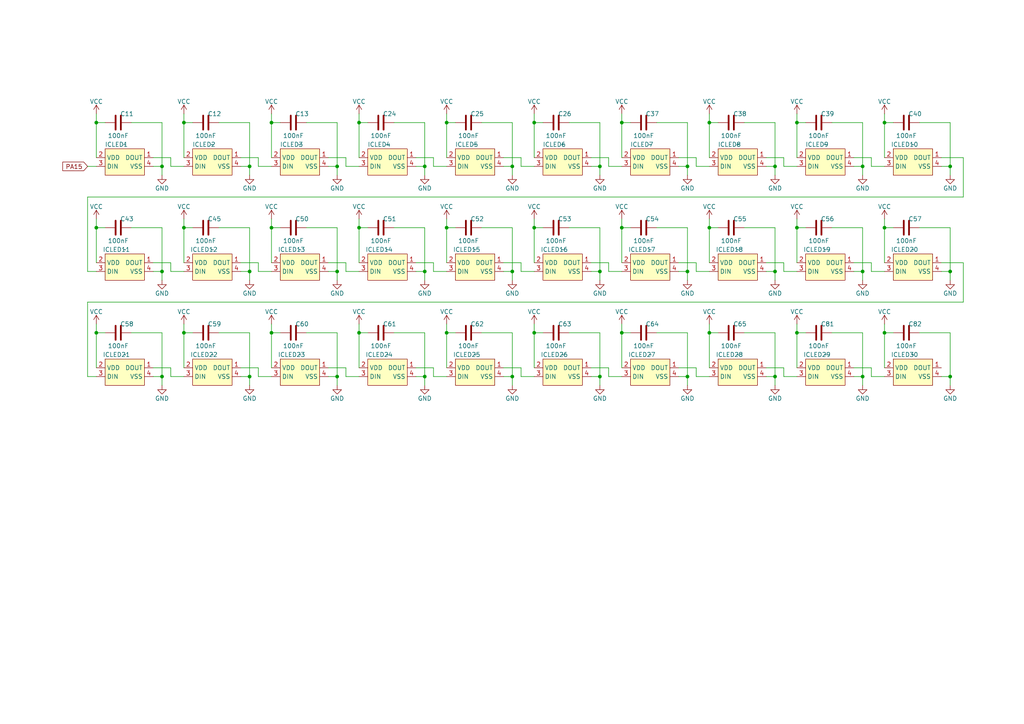
<source format=kicad_sch>
(kicad_sch (version 20231120) (generator "eeschema") (generator_version "8.0")
  (paper "A4")
  (lib_symbols
    (symbol "Device:C" (pin_numbers hide) (pin_names (offset 0.254))
      (property "Reference" "C" (at 0.635 2.54 0))
      (property "Value" "C" (at 0.635 -2.54 0))
      (symbol "C_0_1"
        (polyline (pts (xy -2.032 -0.762) (xy 2.032 -0.762)) (stroke (width 0.508)))
        (polyline (pts (xy -2.032 0.762) (xy 2.032 0.762)) (stroke (width 0.508)))
      )
      (symbol "C_1_1"
        (pin passive line (at 0 3.81 270) (length 2.794) (name "~") (number "1"))
        (pin passive line (at 0 -3.81 90) (length 2.794) (name "~") (number "2"))
      )
    )
    (symbol "My_Parts:Address_LED"
      (property "Reference" "ICLED" (at -2.54 4.826 0))
      (symbol "Address_LED_1_1"
        (rectangle (start -5.08 3.81) (end 6.35 -3.81) (fill (type background)))
        (pin output line (at 8.89 1.27 180) (length 2.54) (name "DOUT") (number "1"))
        (pin power_in line (at -7.62 1.27 0) (length 2.54) (name "VDD") (number "2"))
        (pin input line (at -7.62 -1.27 0) (length 2.54) (name "DIN") (number "3"))
        (pin passive line (at 8.89 -1.27 180) (length 2.54) (name "VSS") (number "4"))
      )
    )
    (symbol "power:GND" (power) (pin_names (offset 0))
      (property "Value" "GND" (at 0 -3.81 0))
      (symbol "GND_0_1"
        (polyline (pts (xy 0 0) (xy 0 -1.27) (xy 1.27 -1.27) (xy 0 -2.54) (xy -1.27 -1.27) (xy 0 -1.27)))
      )
      (symbol "GND_1_1"
        (pin power_in line (at 0 0 270) (length 0) hide (name "GND") (number "1"))
      )
    )
    (symbol "power:VCC" (power) (pin_names (offset 0))
      (property "Value" "VCC" (at 0 3.81 0))
      (symbol "VCC_0_1"
        (polyline (pts (xy -0.762 1.27) (xy 0 2.54)))
        (polyline (pts (xy 0 0) (xy 0 2.54)))
        (polyline (pts (xy 0 2.54) (xy 0.762 1.27)))
      )
      (symbol "VCC_1_1"
        (pin power_in line (at 0 0 90) (length 0) hide (name "VCC") (number "1"))
      )
    )
  )
  (junction (at 78.74 35.56))
  (junction (at 123.19 48.26))
  (junction (at 72.39 48.26))
  (junction (at 123.19 109.22))
  (junction (at 250.19 78.74))
  (junction (at 205.74 35.56))
  (junction (at 27.94 96.52))
  (junction (at 154.94 35.56))
  (junction (at 199.39 78.74))
  (junction (at 46.99 109.22))
  (junction (at 275.59 48.26))
  (junction (at 104.14 96.52))
  (junction (at 78.74 66.04))
  (junction (at 180.34 96.52))
  (junction (at 224.79 78.74))
  (junction (at 148.59 78.74))
  (junction (at 256.54 66.04))
  (junction (at 275.59 109.22))
  (junction (at 53.34 66.04))
  (junction (at 78.74 96.52))
  (junction (at 154.94 96.52))
  (junction (at 199.39 48.26))
  (junction (at 129.54 35.56))
  (junction (at 256.54 35.56))
  (junction (at 123.19 78.74))
  (junction (at 173.99 48.26))
  (junction (at 27.94 35.56))
  (junction (at 231.14 35.56))
  (junction (at 97.79 48.26))
  (junction (at 154.94 66.04))
  (junction (at 27.94 66.04))
  (junction (at 53.34 96.52))
  (junction (at 224.79 109.22))
  (junction (at 97.79 109.22))
  (junction (at 72.39 78.74))
  (junction (at 250.19 48.26))
  (junction (at 256.54 96.52))
  (junction (at 104.14 66.04))
  (junction (at 205.74 96.52))
  (junction (at 129.54 66.04))
  (junction (at 199.39 109.22))
  (junction (at 104.14 35.56))
  (junction (at 173.99 109.22))
  (junction (at 231.14 96.52))
  (junction (at 72.39 109.22))
  (junction (at 180.34 66.04))
  (junction (at 173.99 78.74))
  (junction (at 148.59 48.26))
  (junction (at 129.54 96.52))
  (junction (at 53.34 35.56))
  (junction (at 224.79 48.26))
  (junction (at 46.99 78.74))
  (junction (at 231.14 66.04))
  (junction (at 97.79 78.74))
  (junction (at 148.59 109.22))
  (junction (at 46.99 48.26))
  (junction (at 275.59 78.74))
  (junction (at 205.74 66.04))
  (junction (at 180.34 35.56))
  (junction (at 250.19 109.22))
  (wire (pts (xy 157.48 35.56) (xy 154.94 35.56)))
  (wire (pts (xy 30.48 35.56) (xy 27.94 35.56)))
  (wire (pts (xy 72.39 109.22) (xy 72.39 111.76)))
  (wire (pts (xy 227.33 78.74) (xy 231.14 78.74)))
  (wire (pts (xy 182.88 35.56) (xy 180.34 35.56)))
  (wire (pts (xy 78.74 66.04) (xy 78.74 76.2)))
  (wire (pts (xy 69.85 48.26) (xy 72.39 48.26)))
  (wire (pts (xy 215.9 66.04) (xy 224.79 66.04)))
  (wire (pts (xy 129.54 96.52) (xy 129.54 106.68)))
  (wire (pts (xy 154.94 96.52) (xy 154.94 93.98)))
  (wire (pts (xy 222.25 109.22) (xy 224.79 109.22)))
  (wire (pts (xy 44.45 78.74) (xy 46.99 78.74)))
  (wire (pts (xy 205.74 96.52) (xy 205.74 106.68)))
  (wire (pts (xy 247.65 78.74) (xy 250.19 78.74)))
  (wire (pts (xy 125.73 78.74) (xy 129.54 78.74)))
  (wire (pts (xy 148.59 96.52) (xy 148.59 109.22)))
  (wire (pts (xy 199.39 78.74) (xy 199.39 81.28)))
  (wire (pts (xy 74.93 78.74) (xy 78.74 78.74)))
  (wire (pts (xy 201.93 78.74) (xy 205.74 78.74)))
  (wire (pts (xy 25.4 78.74) (xy 27.94 78.74)))
  (wire (pts (xy 151.13 76.2) (xy 151.13 78.74)))
  (wire (pts (xy 74.93 48.26) (xy 78.74 48.26)))
  (wire (pts (xy 148.59 66.04) (xy 148.59 78.74)))
  (wire (pts (xy 196.85 48.26) (xy 199.39 48.26)))
  (wire (pts (xy 25.4 48.26) (xy 27.94 48.26)))
  (wire (pts (xy 81.28 35.56) (xy 78.74 35.56)))
  (wire (pts (xy 208.28 66.04) (xy 205.74 66.04)))
  (wire (pts (xy 132.08 35.56) (xy 129.54 35.56)))
  (wire (pts (xy 250.19 66.04) (xy 250.19 78.74)))
  (wire (pts (xy 165.1 96.52) (xy 173.99 96.52)))
  (wire (pts (xy 125.73 106.68) (xy 125.73 109.22)))
  (wire (pts (xy 256.54 66.04) (xy 256.54 63.5)))
  (wire (pts (xy 151.13 106.68) (xy 151.13 109.22)))
  (wire (pts (xy 146.05 45.72) (xy 151.13 45.72)))
  (wire (pts (xy 27.94 35.56) (xy 27.94 45.72)))
  (wire (pts (xy 44.45 48.26) (xy 46.99 48.26)))
  (wire (pts (xy 190.5 96.52) (xy 199.39 96.52)))
  (wire (pts (xy 27.94 66.04) (xy 27.94 63.5)))
  (wire (pts (xy 72.39 35.56) (xy 72.39 48.26)))
  (wire (pts (xy 46.99 48.26) (xy 46.99 50.8)))
  (wire (pts (xy 180.34 96.52) (xy 180.34 93.98)))
  (wire (pts (xy 180.34 35.56) (xy 180.34 33.02)))
  (wire (pts (xy 97.79 48.26) (xy 97.79 50.8)))
  (wire (pts (xy 129.54 35.56) (xy 129.54 33.02)))
  (wire (pts (xy 275.59 48.26) (xy 275.59 50.8)))
  (wire (pts (xy 55.88 66.04) (xy 53.34 66.04)))
  (wire (pts (xy 78.74 35.56) (xy 78.74 33.02)))
  (wire (pts (xy 129.54 35.56) (xy 129.54 45.72)))
  (wire (pts (xy 46.99 35.56) (xy 46.99 48.26)))
  (wire (pts (xy 227.33 109.22) (xy 231.14 109.22)))
  (wire (pts (xy 250.19 35.56) (xy 250.19 48.26)))
  (wire (pts (xy 279.4 45.72) (xy 279.4 57.15)))
  (wire (pts (xy 104.14 96.52) (xy 104.14 93.98)))
  (wire (pts (xy 120.65 78.74) (xy 123.19 78.74)))
  (wire (pts (xy 208.28 35.56) (xy 205.74 35.56)))
  (wire (pts (xy 154.94 35.56) (xy 154.94 33.02)))
  (wire (pts (xy 250.19 96.52) (xy 250.19 109.22)))
  (wire (pts (xy 241.3 66.04) (xy 250.19 66.04)))
  (wire (pts (xy 123.19 96.52) (xy 123.19 109.22)))
  (wire (pts (xy 27.94 96.52) (xy 27.94 93.98)))
  (wire (pts (xy 78.74 35.56) (xy 78.74 45.72)))
  (wire (pts (xy 151.13 48.26) (xy 154.94 48.26)))
  (wire (pts (xy 46.99 66.04) (xy 46.99 78.74)))
  (wire (pts (xy 72.39 48.26) (xy 72.39 50.8)))
  (wire (pts (xy 55.88 96.52) (xy 53.34 96.52)))
  (wire (pts (xy 97.79 96.52) (xy 97.79 109.22)))
  (wire (pts (xy 97.79 78.74) (xy 97.79 81.28)))
  (wire (pts (xy 129.54 66.04) (xy 129.54 63.5)))
  (wire (pts (xy 25.4 109.22) (xy 27.94 109.22)))
  (wire (pts (xy 205.74 35.56) (xy 205.74 33.02)))
  (wire (pts (xy 256.54 96.52) (xy 256.54 93.98)))
  (wire (pts (xy 120.65 48.26) (xy 123.19 48.26)))
  (wire (pts (xy 201.93 106.68) (xy 201.93 109.22)))
  (wire (pts (xy 171.45 78.74) (xy 173.99 78.74)))
  (wire (pts (xy 125.73 76.2) (xy 125.73 78.74)))
  (wire (pts (xy 27.94 35.56) (xy 27.94 33.02)))
  (wire (pts (xy 125.73 48.26) (xy 129.54 48.26)))
  (wire (pts (xy 157.48 66.04) (xy 154.94 66.04)))
  (wire (pts (xy 114.3 35.56) (xy 123.19 35.56)))
  (wire (pts (xy 205.74 66.04) (xy 205.74 76.2)))
  (wire (pts (xy 95.25 48.26) (xy 97.79 48.26)))
  (wire (pts (xy 148.59 109.22) (xy 148.59 111.76)))
  (wire (pts (xy 148.59 48.26) (xy 148.59 50.8)))
  (wire (pts (xy 69.85 106.68) (xy 74.93 106.68)))
  (wire (pts (xy 125.73 109.22) (xy 129.54 109.22)))
  (wire (pts (xy 279.4 57.15) (xy 25.4 57.15)))
  (wire (pts (xy 275.59 109.22) (xy 275.59 111.76)))
  (wire (pts (xy 231.14 96.52) (xy 231.14 106.68)))
  (wire (pts (xy 38.1 66.04) (xy 46.99 66.04)))
  (wire (pts (xy 146.05 78.74) (xy 148.59 78.74)))
  (wire (pts (xy 231.14 35.56) (xy 231.14 45.72)))
  (wire (pts (xy 196.85 45.72) (xy 201.93 45.72)))
  (wire (pts (xy 123.19 35.56) (xy 123.19 48.26)))
  (wire (pts (xy 69.85 109.22) (xy 72.39 109.22)))
  (wire (pts (xy 205.74 96.52) (xy 205.74 93.98)))
  (wire (pts (xy 173.99 109.22) (xy 173.99 111.76)))
  (wire (pts (xy 151.13 109.22) (xy 154.94 109.22)))
  (wire (pts (xy 120.65 109.22) (xy 123.19 109.22)))
  (wire (pts (xy 125.73 45.72) (xy 125.73 48.26)))
  (wire (pts (xy 53.34 96.52) (xy 53.34 106.68)))
  (wire (pts (xy 227.33 45.72) (xy 227.33 48.26)))
  (wire (pts (xy 227.33 48.26) (xy 231.14 48.26)))
  (wire (pts (xy 30.48 66.04) (xy 27.94 66.04)))
  (wire (pts (xy 78.74 66.04) (xy 78.74 63.5)))
  (wire (pts (xy 46.99 96.52) (xy 46.99 109.22)))
  (wire (pts (xy 104.14 66.04) (xy 104.14 76.2)))
  (wire (pts (xy 38.1 96.52) (xy 46.99 96.52)))
  (wire (pts (xy 266.7 96.52) (xy 275.59 96.52)))
  (wire (pts (xy 199.39 96.52) (xy 199.39 109.22)))
  (wire (pts (xy 233.68 66.04) (xy 231.14 66.04)))
  (wire (pts (xy 63.5 35.56) (xy 72.39 35.56)))
  (wire (pts (xy 123.19 78.74) (xy 123.19 81.28)))
  (wire (pts (xy 44.45 76.2) (xy 49.53 76.2)))
  (wire (pts (xy 139.7 96.52) (xy 148.59 96.52)))
  (wire (pts (xy 171.45 45.72) (xy 176.53 45.72)))
  (wire (pts (xy 146.05 106.68) (xy 151.13 106.68)))
  (wire (pts (xy 151.13 45.72) (xy 151.13 48.26)))
  (wire (pts (xy 250.19 48.26) (xy 250.19 50.8)))
  (wire (pts (xy 120.65 45.72) (xy 125.73 45.72)))
  (wire (pts (xy 233.68 35.56) (xy 231.14 35.56)))
  (wire (pts (xy 201.93 48.26) (xy 205.74 48.26)))
  (wire (pts (xy 256.54 35.56) (xy 256.54 33.02)))
  (wire (pts (xy 25.4 57.15) (xy 25.4 78.74)))
  (wire (pts (xy 224.79 96.52) (xy 224.79 109.22)))
  (wire (pts (xy 275.59 78.74) (xy 275.59 81.28)))
  (wire (pts (xy 176.53 48.26) (xy 180.34 48.26)))
  (wire (pts (xy 132.08 66.04) (xy 129.54 66.04)))
  (wire (pts (xy 222.25 78.74) (xy 224.79 78.74)))
  (wire (pts (xy 88.9 96.52) (xy 97.79 96.52)))
  (wire (pts (xy 129.54 66.04) (xy 129.54 76.2)))
  (wire (pts (xy 180.34 35.56) (xy 180.34 45.72)))
  (wire (pts (xy 53.34 35.56) (xy 53.34 45.72)))
  (wire (pts (xy 227.33 76.2) (xy 227.33 78.74)))
  (wire (pts (xy 27.94 96.52) (xy 27.94 106.68)))
  (wire (pts (xy 146.05 109.22) (xy 148.59 109.22)))
  (wire (pts (xy 196.85 78.74) (xy 199.39 78.74)))
  (wire (pts (xy 222.25 45.72) (xy 227.33 45.72)))
  (wire (pts (xy 273.05 109.22) (xy 275.59 109.22)))
  (wire (pts (xy 53.34 66.04) (xy 53.34 63.5)))
  (wire (pts (xy 247.65 109.22) (xy 250.19 109.22)))
  (wire (pts (xy 247.65 76.2) (xy 252.73 76.2)))
  (wire (pts (xy 241.3 96.52) (xy 250.19 96.52)))
  (wire (pts (xy 279.4 76.2) (xy 279.4 87.63)))
  (wire (pts (xy 81.28 96.52) (xy 78.74 96.52)))
  (wire (pts (xy 250.19 109.22) (xy 250.19 111.76)))
  (wire (pts (xy 74.93 45.72) (xy 74.93 48.26)))
  (wire (pts (xy 252.73 109.22) (xy 256.54 109.22)))
  (wire (pts (xy 95.25 76.2) (xy 100.33 76.2)))
  (wire (pts (xy 123.19 66.04) (xy 123.19 78.74)))
  (wire (pts (xy 171.45 106.68) (xy 176.53 106.68)))
  (wire (pts (xy 44.45 109.22) (xy 46.99 109.22)))
  (wire (pts (xy 182.88 96.52) (xy 180.34 96.52)))
  (wire (pts (xy 49.53 106.68) (xy 49.53 109.22)))
  (wire (pts (xy 88.9 35.56) (xy 97.79 35.56)))
  (wire (pts (xy 165.1 66.04) (xy 173.99 66.04)))
  (wire (pts (xy 72.39 96.52) (xy 72.39 109.22)))
  (wire (pts (xy 154.94 35.56) (xy 154.94 45.72)))
  (wire (pts (xy 241.3 35.56) (xy 250.19 35.56)))
  (wire (pts (xy 120.65 76.2) (xy 125.73 76.2)))
  (wire (pts (xy 69.85 76.2) (xy 74.93 76.2)))
  (wire (pts (xy 227.33 106.68) (xy 227.33 109.22)))
  (wire (pts (xy 139.7 35.56) (xy 148.59 35.56)))
  (wire (pts (xy 222.25 106.68) (xy 227.33 106.68)))
  (wire (pts (xy 49.53 48.26) (xy 53.34 48.26)))
  (wire (pts (xy 81.28 66.04) (xy 78.74 66.04)))
  (wire (pts (xy 154.94 66.04) (xy 154.94 63.5)))
  (wire (pts (xy 114.3 66.04) (xy 123.19 66.04)))
  (wire (pts (xy 176.53 78.74) (xy 180.34 78.74)))
  (wire (pts (xy 215.9 96.52) (xy 224.79 96.52)))
  (wire (pts (xy 97.79 35.56) (xy 97.79 48.26)))
  (wire (pts (xy 123.19 48.26) (xy 123.19 50.8)))
  (wire (pts (xy 49.53 109.22) (xy 53.34 109.22)))
  (wire (pts (xy 176.53 45.72) (xy 176.53 48.26)))
  (wire (pts (xy 224.79 78.74) (xy 224.79 81.28)))
  (wire (pts (xy 53.34 96.52) (xy 53.34 93.98)))
  (wire (pts (xy 275.59 66.04) (xy 275.59 78.74)))
  (wire (pts (xy 201.93 76.2) (xy 201.93 78.74)))
  (wire (pts (xy 173.99 48.26) (xy 173.99 50.8)))
  (wire (pts (xy 199.39 66.04) (xy 199.39 78.74)))
  (wire (pts (xy 53.34 66.04) (xy 53.34 76.2)))
  (wire (pts (xy 256.54 66.04) (xy 256.54 76.2)))
  (wire (pts (xy 104.14 66.04) (xy 104.14 63.5)))
  (wire (pts (xy 106.68 96.52) (xy 104.14 96.52)))
  (wire (pts (xy 114.3 96.52) (xy 123.19 96.52)))
  (wire (pts (xy 252.73 106.68) (xy 252.73 109.22)))
  (wire (pts (xy 72.39 66.04) (xy 72.39 78.74)))
  (wire (pts (xy 49.53 76.2) (xy 49.53 78.74)))
  (wire (pts (xy 100.33 106.68) (xy 100.33 109.22)))
  (wire (pts (xy 259.08 96.52) (xy 256.54 96.52)))
  (wire (pts (xy 78.74 96.52) (xy 78.74 106.68)))
  (wire (pts (xy 231.14 66.04) (xy 231.14 63.5)))
  (wire (pts (xy 176.53 106.68) (xy 176.53 109.22)))
  (wire (pts (xy 180.34 96.52) (xy 180.34 106.68)))
  (wire (pts (xy 222.25 48.26) (xy 224.79 48.26)))
  (wire (pts (xy 74.93 76.2) (xy 74.93 78.74)))
  (wire (pts (xy 199.39 109.22) (xy 199.39 111.76)))
  (wire (pts (xy 182.88 66.04) (xy 180.34 66.04)))
  (wire (pts (xy 224.79 109.22) (xy 224.79 111.76)))
  (wire (pts (xy 176.53 109.22) (xy 180.34 109.22)))
  (wire (pts (xy 148.59 35.56) (xy 148.59 48.26)))
  (wire (pts (xy 222.25 76.2) (xy 227.33 76.2)))
  (wire (pts (xy 100.33 109.22) (xy 104.14 109.22)))
  (wire (pts (xy 259.08 35.56) (xy 256.54 35.56)))
  (wire (pts (xy 176.53 76.2) (xy 176.53 78.74)))
  (wire (pts (xy 157.48 96.52) (xy 154.94 96.52)))
  (wire (pts (xy 151.13 78.74) (xy 154.94 78.74)))
  (wire (pts (xy 224.79 66.04) (xy 224.79 78.74)))
  (wire (pts (xy 44.45 45.72) (xy 49.53 45.72)))
  (wire (pts (xy 104.14 96.52) (xy 104.14 106.68)))
  (wire (pts (xy 55.88 35.56) (xy 53.34 35.56)))
  (wire (pts (xy 252.73 76.2) (xy 252.73 78.74)))
  (wire (pts (xy 171.45 48.26) (xy 173.99 48.26)))
  (wire (pts (xy 252.73 78.74) (xy 256.54 78.74)))
  (wire (pts (xy 100.33 78.74) (xy 104.14 78.74)))
  (wire (pts (xy 252.73 48.26) (xy 256.54 48.26)))
  (wire (pts (xy 173.99 35.56) (xy 173.99 48.26)))
  (wire (pts (xy 259.08 66.04) (xy 256.54 66.04)))
  (wire (pts (xy 49.53 45.72) (xy 49.53 48.26)))
  (wire (pts (xy 74.93 109.22) (xy 78.74 109.22)))
  (wire (pts (xy 30.48 96.52) (xy 27.94 96.52)))
  (wire (pts (xy 273.05 48.26) (xy 275.59 48.26)))
  (wire (pts (xy 97.79 66.04) (xy 97.79 78.74)))
  (wire (pts (xy 25.4 87.63) (xy 25.4 109.22)))
  (wire (pts (xy 95.25 78.74) (xy 97.79 78.74)))
  (wire (pts (xy 273.05 76.2) (xy 279.4 76.2)))
  (wire (pts (xy 224.79 35.56) (xy 224.79 48.26)))
  (wire (pts (xy 104.14 35.56) (xy 104.14 45.72)))
  (wire (pts (xy 231.14 66.04) (xy 231.14 76.2)))
  (wire (pts (xy 256.54 96.52) (xy 256.54 106.68)))
  (wire (pts (xy 201.93 45.72) (xy 201.93 48.26)))
  (wire (pts (xy 53.34 35.56) (xy 53.34 33.02)))
  (wire (pts (xy 49.53 78.74) (xy 53.34 78.74)))
  (wire (pts (xy 208.28 96.52) (xy 205.74 96.52)))
  (wire (pts (xy 233.68 96.52) (xy 231.14 96.52)))
  (wire (pts (xy 247.65 48.26) (xy 250.19 48.26)))
  (wire (pts (xy 190.5 35.56) (xy 199.39 35.56)))
  (wire (pts (xy 69.85 78.74) (xy 72.39 78.74)))
  (wire (pts (xy 252.73 45.72) (xy 252.73 48.26)))
  (wire (pts (xy 275.59 96.52) (xy 275.59 109.22)))
  (wire (pts (xy 38.1 35.56) (xy 46.99 35.56)))
  (wire (pts (xy 231.14 96.52) (xy 231.14 93.98)))
  (wire (pts (xy 250.19 78.74) (xy 250.19 81.28)))
  (wire (pts (xy 100.33 76.2) (xy 100.33 78.74)))
  (wire (pts (xy 123.19 109.22) (xy 123.19 111.76)))
  (wire (pts (xy 100.33 45.72) (xy 100.33 48.26)))
  (wire (pts (xy 215.9 35.56) (xy 224.79 35.56)))
  (wire (pts (xy 120.65 106.68) (xy 125.73 106.68)))
  (wire (pts (xy 247.65 45.72) (xy 252.73 45.72)))
  (wire (pts (xy 129.54 96.52) (xy 129.54 93.98)))
  (wire (pts (xy 231.14 35.56) (xy 231.14 33.02)))
  (wire (pts (xy 44.45 106.68) (xy 49.53 106.68)))
  (wire (pts (xy 46.99 78.74) (xy 46.99 81.28)))
  (wire (pts (xy 100.33 48.26) (xy 104.14 48.26)))
  (wire (pts (xy 27.94 66.04) (xy 27.94 76.2)))
  (wire (pts (xy 95.25 109.22) (xy 97.79 109.22)))
  (wire (pts (xy 173.99 96.52) (xy 173.99 109.22)))
  (wire (pts (xy 146.05 76.2) (xy 151.13 76.2)))
  (wire (pts (xy 205.74 66.04) (xy 205.74 63.5)))
  (wire (pts (xy 173.99 66.04) (xy 173.99 78.74)))
  (wire (pts (xy 63.5 96.52) (xy 72.39 96.52)))
  (wire (pts (xy 266.7 35.56) (xy 275.59 35.56)))
  (wire (pts (xy 95.25 45.72) (xy 100.33 45.72)))
  (wire (pts (xy 74.93 106.68) (xy 74.93 109.22)))
  (wire (pts (xy 154.94 66.04) (xy 154.94 76.2)))
  (wire (pts (xy 148.59 78.74) (xy 148.59 81.28)))
  (wire (pts (xy 173.99 78.74) (xy 173.99 81.28)))
  (wire (pts (xy 104.14 35.56) (xy 104.14 33.02)))
  (wire (pts (xy 63.5 66.04) (xy 72.39 66.04)))
  (wire (pts (xy 72.39 78.74) (xy 72.39 81.28)))
  (wire (pts (xy 201.93 109.22) (xy 205.74 109.22)))
  (wire (pts (xy 132.08 96.52) (xy 129.54 96.52)))
  (wire (pts (xy 69.85 45.72) (xy 74.93 45.72)))
  (wire (pts (xy 165.1 35.56) (xy 173.99 35.56)))
  (wire (pts (xy 46.99 109.22) (xy 46.99 111.76)))
  (wire (pts (xy 88.9 66.04) (xy 97.79 66.04)))
  (wire (pts (xy 78.74 96.52) (xy 78.74 93.98)))
  (wire (pts (xy 196.85 76.2) (xy 201.93 76.2)))
  (wire (pts (xy 146.05 48.26) (xy 148.59 48.26)))
  (wire (pts (xy 180.34 66.04) (xy 180.34 63.5)))
  (wire (pts (xy 205.74 35.56) (xy 205.74 45.72)))
  (wire (pts (xy 199.39 35.56) (xy 199.39 48.26)))
  (wire (pts (xy 190.5 66.04) (xy 199.39 66.04)))
  (wire (pts (xy 256.54 35.56) (xy 256.54 45.72)))
  (wire (pts (xy 171.45 109.22) (xy 173.99 109.22)))
  (wire (pts (xy 171.45 76.2) (xy 176.53 76.2)))
  (wire (pts (xy 139.7 66.04) (xy 148.59 66.04)))
  (wire (pts (xy 95.25 106.68) (xy 100.33 106.68)))
  (wire (pts (xy 97.79 109.22) (xy 97.79 111.76)))
  (wire (pts (xy 275.59 35.56) (xy 275.59 48.26)))
  (wire (pts (xy 199.39 48.26) (xy 199.39 50.8)))
  (wire (pts (xy 224.79 48.26) (xy 224.79 50.8)))
  (wire (pts (xy 266.7 66.04) (xy 275.59 66.04)))
  (wire (pts (xy 180.34 66.04) (xy 180.34 76.2)))
  (wire (pts (xy 196.85 109.22) (xy 199.39 109.22)))
  (wire (pts (xy 106.68 66.04) (xy 104.14 66.04)))
  (wire (pts (xy 196.85 106.68) (xy 201.93 106.68)))
  (wire (pts (xy 247.65 106.68) (xy 252.73 106.68)))
  (wire (pts (xy 273.05 45.72) (xy 279.4 45.72)))
  (wire (pts (xy 106.68 35.56) (xy 104.14 35.56)))
  (wire (pts (xy 154.94 96.52) (xy 154.94 106.68)))
  (wire (pts (xy 273.05 78.74) (xy 275.59 78.74)))
  (wire (pts (xy 279.4 87.63) (xy 25.4 87.63)))
  (global_label "PA15" (shape input) (at 25.4 48.26 180) (property "Intersheetrefs" "${INTERSHEET_REFS}" (effects (hide yes))))
  (symbol (lib_id "power:GND") (at 97.79 81.28 0) (unit 1)
    (property "Reference" "#PWR059" (effects (hide yes)))
    (property "Value" "GND" (at 97.79 85.09 0))
  )
  (symbol (lib_id "My_Parts:Address_LED") (at 35.56 77.47 0) (unit 1)
    (property "Reference" "ICLED11" (at 33.782 72.39 0))
    (property "Value" "~" (at 36.195 72.39 0))
    (property "Footprint" "My_Parts:1312020030000" (effects (hide yes)))
  )
  (symbol (lib_id "Device:C") (at 237.49 66.04 90) (unit 1)
    (property "Reference" "C56" (at 240.03 63.5 90))
    (property "Value" "100nF" (at 237.49 69.85 90))
    (property "Footprint" "Capacitor_SMD:C_0402_1005Metric" (effects (hide yes)))
  )
  (symbol (lib_id "My_Parts:Address_LED") (at 264.16 77.47 0) (unit 1)
    (property "Reference" "ICLED20" (at 262.382 72.39 0))
    (property "Value" "~" (at 264.795 72.39 0))
    (property "Footprint" "My_Parts:1312020030000" (effects (hide yes)))
  )
  (symbol (lib_id "My_Parts:Address_LED") (at 162.56 107.95 0) (unit 1)
    (property "Reference" "ICLED26" (at 160.782 102.87 0))
    (property "Value" "~" (at 163.195 102.87 0))
    (property "Footprint" "My_Parts:1312020030000" (effects (hide yes)))
  )
  (symbol (lib_id "power:GND") (at 72.39 50.8 0) (unit 1)
    (property "Reference" "#PWR037" (effects (hide yes)))
    (property "Value" "GND" (at 72.39 54.61 0))
  )
  (symbol (lib_id "power:GND") (at 72.39 81.28 0) (unit 1)
    (property "Reference" "#PWR057" (effects (hide yes)))
    (property "Value" "GND" (at 72.39 85.09 0))
  )
  (symbol (lib_id "power:GND") (at 250.19 111.76 0) (unit 1)
    (property "Reference" "#PWR091" (effects (hide yes)))
    (property "Value" "GND" (at 250.19 115.57 0))
  )
  (symbol (lib_id "power:VCC") (at 104.14 93.98 0) (unit 1)
    (property "Reference" "#PWR080" (effects (hide yes)))
    (property "Value" "VCC" (at 104.14 90.424 0))
  )
  (symbol (lib_id "power:GND") (at 250.19 81.28 0) (unit 1)
    (property "Reference" "#PWR071" (effects (hide yes)))
    (property "Value" "GND" (at 250.19 85.09 0))
  )
  (symbol (lib_id "power:VCC") (at 154.94 93.98 0) (unit 1)
    (property "Reference" "#PWR084" (effects (hide yes)))
    (property "Value" "VCC" (at 154.94 90.424 0))
  )
  (symbol (lib_id "power:GND") (at 199.39 50.8 0) (unit 1)
    (property "Reference" "#PWR047" (effects (hide yes)))
    (property "Value" "GND" (at 199.39 54.61 0))
  )
  (symbol (lib_id "My_Parts:Address_LED") (at 187.96 46.99 0) (unit 1)
    (property "Reference" "ICLED7" (at 186.182 41.91 0))
    (property "Value" "~" (at 188.595 41.91 0))
    (property "Footprint" "My_Parts:1312020030000" (effects (hide yes)))
  )
  (symbol (lib_id "Device:C") (at 212.09 66.04 90) (unit 1)
    (property "Reference" "C55" (at 214.63 63.5 90))
    (property "Value" "100nF" (at 212.09 69.85 90))
    (property "Footprint" "Capacitor_SMD:C_0402_1005Metric" (effects (hide yes)))
  )
  (symbol (lib_id "Device:C") (at 34.29 35.56 90) (unit 1)
    (property "Reference" "C11" (at 36.83 33.02 90))
    (property "Value" "100nF" (at 34.29 39.37 90))
    (property "Footprint" "Capacitor_SMD:C_0402_1005Metric" (effects (hide yes)))
  )
  (symbol (lib_id "power:VCC") (at 53.34 63.5 0) (unit 1)
    (property "Reference" "#PWR056" (effects (hide yes)))
    (property "Value" "VCC" (at 53.34 59.944 0))
  )
  (symbol (lib_id "Device:C") (at 59.69 35.56 90) (unit 1)
    (property "Reference" "C12" (at 62.23 33.02 90))
    (property "Value" "100nF" (at 59.69 39.37 90))
    (property "Footprint" "Capacitor_SMD:C_0402_1005Metric" (effects (hide yes)))
  )
  (symbol (lib_id "My_Parts:Address_LED") (at 35.56 46.99 0) (unit 1)
    (property "Reference" "ICLED1" (at 33.782 41.91 0))
    (property "Value" "~" (at 36.195 41.91 0))
    (property "Footprint" "My_Parts:1312020030000" (effects (hide yes)))
  )
  (symbol (lib_id "My_Parts:Address_LED") (at 162.56 46.99 0) (unit 1)
    (property "Reference" "ICLED6" (at 160.782 41.91 0))
    (property "Value" "~" (at 163.195 41.91 0))
    (property "Footprint" "My_Parts:1312020030000" (effects (hide yes)))
  )
  (symbol (lib_id "power:GND") (at 275.59 50.8 0) (unit 1)
    (property "Reference" "#PWR053" (effects (hide yes)))
    (property "Value" "GND" (at 275.59 54.61 0))
  )
  (symbol (lib_id "Device:C") (at 161.29 96.52 90) (unit 1)
    (property "Reference" "C63" (at 163.83 93.98 90))
    (property "Value" "100nF" (at 161.29 100.33 90))
    (property "Footprint" "Capacitor_SMD:C_0402_1005Metric" (effects (hide yes)))
  )
  (symbol (lib_id "power:GND") (at 97.79 111.76 0) (unit 1)
    (property "Reference" "#PWR079" (effects (hide yes)))
    (property "Value" "GND" (at 97.79 115.57 0))
  )
  (symbol (lib_id "Device:C") (at 161.29 66.04 90) (unit 1)
    (property "Reference" "C53" (at 163.83 63.5 90))
    (property "Value" "100nF" (at 161.29 69.85 90))
    (property "Footprint" "Capacitor_SMD:C_0402_1005Metric" (effects (hide yes)))
  )
  (symbol (lib_id "power:VCC") (at 205.74 93.98 0) (unit 1)
    (property "Reference" "#PWR088" (effects (hide yes)))
    (property "Value" "VCC" (at 205.74 90.424 0))
  )
  (symbol (lib_id "Device:C") (at 237.49 96.52 90) (unit 1)
    (property "Reference" "C81" (at 240.03 93.98 90))
    (property "Value" "100nF" (at 237.49 100.33 90))
    (property "Footprint" "Capacitor_SMD:C_0402_1005Metric" (effects (hide yes)))
  )
  (symbol (lib_id "power:VCC") (at 129.54 63.5 0) (unit 1)
    (property "Reference" "#PWR062" (effects (hide yes)))
    (property "Value" "VCC" (at 129.54 59.944 0))
  )
  (symbol (lib_id "My_Parts:Address_LED") (at 35.56 107.95 0) (unit 1)
    (property "Reference" "ICLED21" (at 33.782 102.87 0))
    (property "Value" "~" (at 36.195 102.87 0))
    (property "Footprint" "My_Parts:1312020030000" (effects (hide yes)))
  )
  (symbol (lib_id "My_Parts:Address_LED") (at 213.36 107.95 0) (unit 1)
    (property "Reference" "ICLED28" (at 211.582 102.87 0))
    (property "Value" "~" (at 213.995 102.87 0))
    (property "Footprint" "My_Parts:1312020030000" (effects (hide yes)))
  )
  (symbol (lib_id "power:VCC") (at 129.54 33.02 0) (unit 1)
    (property "Reference" "#PWR042" (effects (hide yes)))
    (property "Value" "VCC" (at 129.54 29.464 0))
  )
  (symbol (lib_id "Device:C") (at 237.49 35.56 90) (unit 1)
    (property "Reference" "C39" (at 240.03 33.02 90))
    (property "Value" "100nF" (at 237.49 39.37 90))
    (property "Footprint" "Capacitor_SMD:C_0402_1005Metric" (effects (hide yes)))
  )
  (symbol (lib_id "My_Parts:Address_LED") (at 60.96 77.47 0) (unit 1)
    (property "Reference" "ICLED12" (at 59.182 72.39 0))
    (property "Value" "~" (at 61.595 72.39 0))
    (property "Footprint" "My_Parts:1312020030000" (effects (hide yes)))
  )
  (symbol (lib_id "My_Parts:Address_LED") (at 60.96 46.99 0) (unit 1)
    (property "Reference" "ICLED2" (at 59.182 41.91 0))
    (property "Value" "~" (at 61.595 41.91 0))
    (property "Footprint" "My_Parts:1312020030000" (effects (hide yes)))
  )
  (symbol (lib_id "power:VCC") (at 104.14 63.5 0) (unit 1)
    (property "Reference" "#PWR060" (effects (hide yes)))
    (property "Value" "VCC" (at 104.14 59.944 0))
  )
  (symbol (lib_id "power:GND") (at 123.19 111.76 0) (unit 1)
    (property "Reference" "#PWR081" (effects (hide yes)))
    (property "Value" "GND" (at 123.19 115.57 0))
  )
  (symbol (lib_id "power:VCC") (at 78.74 33.02 0) (unit 1)
    (property "Reference" "#PWR038" (effects (hide yes)))
    (property "Value" "VCC" (at 78.74 29.464 0))
  )
  (symbol (lib_id "power:GND") (at 123.19 81.28 0) (unit 1)
    (property "Reference" "#PWR061" (effects (hide yes)))
    (property "Value" "GND" (at 123.19 85.09 0))
  )
  (symbol (lib_id "Device:C") (at 34.29 66.04 90) (unit 1)
    (property "Reference" "C43" (at 36.83 63.5 90))
    (property "Value" "100nF" (at 34.29 69.85 90))
    (property "Footprint" "Capacitor_SMD:C_0402_1005Metric" (effects (hide yes)))
  )
  (symbol (lib_id "power:VCC") (at 78.74 63.5 0) (unit 1)
    (property "Reference" "#PWR058" (effects (hide yes)))
    (property "Value" "VCC" (at 78.74 59.944 0))
  )
  (symbol (lib_id "power:GND") (at 173.99 111.76 0) (unit 1)
    (property "Reference" "#PWR085" (effects (hide yes)))
    (property "Value" "GND" (at 173.99 115.57 0))
  )
  (symbol (lib_id "power:GND") (at 72.39 111.76 0) (unit 1)
    (property "Reference" "#PWR077" (effects (hide yes)))
    (property "Value" "GND" (at 72.39 115.57 0))
  )
  (symbol (lib_id "Device:C") (at 212.09 96.52 90) (unit 1)
    (property "Reference" "C65" (at 214.63 93.98 90))
    (property "Value" "100nF" (at 212.09 100.33 90))
    (property "Footprint" "Capacitor_SMD:C_0402_1005Metric" (effects (hide yes)))
  )
  (symbol (lib_id "power:GND") (at 224.79 81.28 0) (unit 1)
    (property "Reference" "#PWR069" (effects (hide yes)))
    (property "Value" "GND" (at 224.79 85.09 0))
  )
  (symbol (lib_id "Device:C") (at 135.89 96.52 90) (unit 1)
    (property "Reference" "C62" (at 138.43 93.98 90))
    (property "Value" "100nF" (at 135.89 100.33 90))
    (property "Footprint" "Capacitor_SMD:C_0402_1005Metric" (effects (hide yes)))
  )
  (symbol (lib_id "power:VCC") (at 180.34 93.98 0) (unit 1)
    (property "Reference" "#PWR086" (effects (hide yes)))
    (property "Value" "VCC" (at 180.34 90.424 0))
  )
  (symbol (lib_id "power:GND") (at 224.79 111.76 0) (unit 1)
    (property "Reference" "#PWR089" (effects (hide yes)))
    (property "Value" "GND" (at 224.79 115.57 0))
  )
  (symbol (lib_id "Device:C") (at 110.49 66.04 90) (unit 1)
    (property "Reference" "C51" (at 113.03 63.5 90))
    (property "Value" "100nF" (at 110.49 69.85 90))
    (property "Footprint" "Capacitor_SMD:C_0402_1005Metric" (effects (hide yes)))
  )
  (symbol (lib_id "My_Parts:Address_LED") (at 238.76 77.47 0) (unit 1)
    (property "Reference" "ICLED19" (at 236.982 72.39 0))
    (property "Value" "~" (at 239.395 72.39 0))
    (property "Footprint" "My_Parts:1312020030000" (effects (hide yes)))
  )
  (symbol (lib_id "Device:C") (at 85.09 96.52 90) (unit 1)
    (property "Reference" "C60" (at 87.63 93.98 90))
    (property "Value" "100nF" (at 85.09 100.33 90))
    (property "Footprint" "Capacitor_SMD:C_0402_1005Metric" (effects (hide yes)))
  )
  (symbol (lib_id "power:VCC") (at 231.14 63.5 0) (unit 1)
    (property "Reference" "#PWR070" (effects (hide yes)))
    (property "Value" "VCC" (at 231.14 59.944 0))
  )
  (symbol (lib_id "Device:C") (at 186.69 66.04 90) (unit 1)
    (property "Reference" "C54" (at 189.23 63.5 90))
    (property "Value" "100nF" (at 186.69 69.85 90))
    (property "Footprint" "Capacitor_SMD:C_0402_1005Metric" (effects (hide yes)))
  )
  (symbol (lib_id "power:GND") (at 199.39 81.28 0) (unit 1)
    (property "Reference" "#PWR067" (effects (hide yes)))
    (property "Value" "GND" (at 199.39 85.09 0))
  )
  (symbol (lib_id "power:VCC") (at 53.34 33.02 0) (unit 1)
    (property "Reference" "#PWR036" (effects (hide yes)))
    (property "Value" "VCC" (at 53.34 29.464 0))
  )
  (symbol (lib_id "Device:C") (at 262.89 66.04 90) (unit 1)
    (property "Reference" "C57" (at 265.43 63.5 90))
    (property "Value" "100nF" (at 262.89 69.85 90))
    (property "Footprint" "Capacitor_SMD:C_0402_1005Metric" (effects (hide yes)))
  )
  (symbol (lib_id "Device:C") (at 34.29 96.52 90) (unit 1)
    (property "Reference" "C58" (at 36.83 93.98 90))
    (property "Value" "100nF" (at 34.29 100.33 90))
    (property "Footprint" "Capacitor_SMD:C_0402_1005Metric" (effects (hide yes)))
  )
  (symbol (lib_id "power:VCC") (at 78.74 93.98 0) (unit 1)
    (property "Reference" "#PWR078" (effects (hide yes)))
    (property "Value" "VCC" (at 78.74 90.424 0))
  )
  (symbol (lib_id "My_Parts:Address_LED") (at 111.76 107.95 0) (unit 1)
    (property "Reference" "ICLED24" (at 109.982 102.87 0))
    (property "Value" "~" (at 112.395 102.87 0))
    (property "Footprint" "My_Parts:1312020030000" (effects (hide yes)))
  )
  (symbol (lib_id "Device:C") (at 110.49 35.56 90) (unit 1)
    (property "Reference" "C24" (at 113.03 33.02 90))
    (property "Value" "100nF" (at 110.49 39.37 90))
    (property "Footprint" "Capacitor_SMD:C_0402_1005Metric" (effects (hide yes)))
  )
  (symbol (lib_id "power:VCC") (at 256.54 33.02 0) (unit 1)
    (property "Reference" "#PWR052" (effects (hide yes)))
    (property "Value" "VCC" (at 256.54 29.464 0))
  )
  (symbol (lib_id "power:VCC") (at 180.34 33.02 0) (unit 1)
    (property "Reference" "#PWR046" (effects (hide yes)))
    (property "Value" "VCC" (at 180.34 29.464 0))
  )
  (symbol (lib_id "power:VCC") (at 53.34 93.98 0) (unit 1)
    (property "Reference" "#PWR076" (effects (hide yes)))
    (property "Value" "VCC" (at 53.34 90.424 0))
  )
  (symbol (lib_id "My_Parts:Address_LED") (at 264.16 107.95 0) (unit 1)
    (property "Reference" "ICLED30" (at 262.382 102.87 0))
    (property "Value" "~" (at 264.795 102.87 0))
    (property "Footprint" "My_Parts:1312020030000" (effects (hide yes)))
  )
  (symbol (lib_id "My_Parts:Address_LED") (at 137.16 46.99 0) (unit 1)
    (property "Reference" "ICLED5" (at 135.382 41.91 0))
    (property "Value" "~" (at 137.795 41.91 0))
    (property "Footprint" "My_Parts:1312020030000" (effects (hide yes)))
  )
  (symbol (lib_id "Device:C") (at 59.69 96.52 90) (unit 1)
    (property "Reference" "C59" (at 62.23 93.98 90))
    (property "Value" "100nF" (at 59.69 100.33 90))
    (property "Footprint" "Capacitor_SMD:C_0402_1005Metric" (effects (hide yes)))
  )
  (symbol (lib_id "Device:C") (at 135.89 66.04 90) (unit 1)
    (property "Reference" "C52" (at 138.43 63.5 90))
    (property "Value" "100nF" (at 135.89 69.85 90))
    (property "Footprint" "Capacitor_SMD:C_0402_1005Metric" (effects (hide yes)))
  )
  (symbol (lib_id "power:GND") (at 275.59 81.28 0) (unit 1)
    (property "Reference" "#PWR073" (effects (hide yes)))
    (property "Value" "GND" (at 275.59 85.09 0))
  )
  (symbol (lib_id "My_Parts:Address_LED") (at 86.36 77.47 0) (unit 1)
    (property "Reference" "ICLED13" (at 84.582 72.39 0))
    (property "Value" "~" (at 86.995 72.39 0))
    (property "Footprint" "My_Parts:1312020030000" (effects (hide yes)))
  )
  (symbol (lib_id "My_Parts:Address_LED") (at 111.76 77.47 0) (unit 1)
    (property "Reference" "ICLED14" (at 109.982 72.39 0))
    (property "Value" "~" (at 112.395 72.39 0))
    (property "Footprint" "My_Parts:1312020030000" (effects (hide yes)))
  )
  (symbol (lib_id "power:GND") (at 173.99 50.8 0) (unit 1)
    (property "Reference" "#PWR045" (effects (hide yes)))
    (property "Value" "GND" (at 173.99 54.61 0))
  )
  (symbol (lib_id "power:GND") (at 250.19 50.8 0) (unit 1)
    (property "Reference" "#PWR051" (effects (hide yes)))
    (property "Value" "GND" (at 250.19 54.61 0))
  )
  (symbol (lib_id "power:GND") (at 148.59 111.76 0) (unit 1)
    (property "Reference" "#PWR083" (effects (hide yes)))
    (property "Value" "GND" (at 148.59 115.57 0))
  )
  (symbol (lib_id "power:GND") (at 224.79 50.8 0) (unit 1)
    (property "Reference" "#PWR049" (effects (hide yes)))
    (property "Value" "GND" (at 224.79 54.61 0))
  )
  (symbol (lib_id "power:GND") (at 148.59 81.28 0) (unit 1)
    (property "Reference" "#PWR063" (effects (hide yes)))
    (property "Value" "GND" (at 148.59 85.09 0))
  )
  (symbol (lib_id "power:GND") (at 199.39 111.76 0) (unit 1)
    (property "Reference" "#PWR087" (effects (hide yes)))
    (property "Value" "GND" (at 199.39 115.57 0))
  )
  (symbol (lib_id "My_Parts:Address_LED") (at 137.16 77.47 0) (unit 1)
    (property "Reference" "ICLED15" (at 135.382 72.39 0))
    (property "Value" "~" (at 137.795 72.39 0))
    (property "Footprint" "My_Parts:1312020030000" (effects (hide yes)))
  )
  (symbol (lib_id "power:VCC") (at 205.74 33.02 0) (unit 1)
    (property "Reference" "#PWR048" (effects (hide yes)))
    (property "Value" "VCC" (at 205.74 29.464 0))
  )
  (symbol (lib_id "My_Parts:Address_LED") (at 213.36 46.99 0) (unit 1)
    (property "Reference" "ICLED8" (at 211.582 41.91 0))
    (property "Value" "~" (at 213.995 41.91 0))
    (property "Footprint" "My_Parts:1312020030000" (effects (hide yes)))
  )
  (symbol (lib_id "power:GND") (at 97.79 50.8 0) (unit 1)
    (property "Reference" "#PWR039" (effects (hide yes)))
    (property "Value" "GND" (at 97.79 54.61 0))
  )
  (symbol (lib_id "Device:C") (at 135.89 35.56 90) (unit 1)
    (property "Reference" "C25" (at 138.43 33.02 90))
    (property "Value" "100nF" (at 135.89 39.37 90))
    (property "Footprint" "Capacitor_SMD:C_0402_1005Metric" (effects (hide yes)))
  )
  (symbol (lib_id "My_Parts:Address_LED") (at 213.36 77.47 0) (unit 1)
    (property "Reference" "ICLED18" (at 211.582 72.39 0))
    (property "Value" "~" (at 213.995 72.39 0))
    (property "Footprint" "My_Parts:1312020030000" (effects (hide yes)))
  )
  (symbol (lib_id "power:GND") (at 46.99 50.8 0) (unit 1)
    (property "Reference" "#PWR034" (effects (hide yes)))
    (property "Value" "GND" (at 46.99 54.61 0))
  )
  (symbol (lib_id "Device:C") (at 85.09 66.04 90) (unit 1)
    (property "Reference" "C50" (at 87.63 63.5 90))
    (property "Value" "100nF" (at 85.09 69.85 90))
    (property "Footprint" "Capacitor_SMD:C_0402_1005Metric" (effects (hide yes)))
  )
  (symbol (lib_id "power:VCC") (at 27.94 63.5 0) (unit 1)
    (property "Reference" "#PWR054" (effects (hide yes)))
    (property "Value" "VCC" (at 27.94 59.944 0))
  )
  (symbol (lib_id "power:GND") (at 148.59 50.8 0) (unit 1)
    (property "Reference" "#PWR043" (effects (hide yes)))
    (property "Value" "GND" (at 148.59 54.61 0))
  )
  (symbol (lib_id "My_Parts:Address_LED") (at 60.96 107.95 0) (unit 1)
    (property "Reference" "ICLED22" (at 59.182 102.87 0))
    (property "Value" "~" (at 61.595 102.87 0))
    (property "Footprint" "My_Parts:1312020030000" (effects (hide yes)))
  )
  (symbol (lib_id "My_Parts:Address_LED") (at 187.96 77.47 0) (unit 1)
    (property "Reference" "ICLED17" (at 186.182 72.39 0))
    (property "Value" "~" (at 188.595 72.39 0))
    (property "Footprint" "My_Parts:1312020030000" (effects (hide yes)))
  )
  (symbol (lib_id "Device:C") (at 212.09 35.56 90) (unit 1)
    (property "Reference" "C38" (at 214.63 33.02 90))
    (property "Value" "100nF" (at 212.09 39.37 90))
    (property "Footprint" "Capacitor_SMD:C_0402_1005Metric" (effects (hide yes)))
  )
  (symbol (lib_id "My_Parts:Address_LED") (at 238.76 46.99 0) (unit 1)
    (property "Reference" "ICLED9" (at 236.982 41.91 0))
    (property "Value" "~" (at 239.395 41.91 0))
    (property "Footprint" "My_Parts:1312020030000" (effects (hide yes)))
  )
  (symbol (lib_id "power:VCC") (at 256.54 63.5 0) (unit 1)
    (property "Reference" "#PWR072" (effects (hide yes)))
    (property "Value" "VCC" (at 256.54 59.944 0))
  )
  (symbol (lib_id "Device:C") (at 186.69 35.56 90) (unit 1)
    (property "Reference" "C37" (at 189.23 33.02 90))
    (property "Value" "100nF" (at 186.69 39.37 90))
    (property "Footprint" "Capacitor_SMD:C_0402_1005Metric" (effects (hide yes)))
  )
  (symbol (lib_id "power:VCC") (at 154.94 63.5 0) (unit 1)
    (property "Reference" "#PWR064" (effects (hide yes)))
    (property "Value" "VCC" (at 154.94 59.944 0))
  )
  (symbol (lib_id "power:GND") (at 173.99 81.28 0) (unit 1)
    (property "Reference" "#PWR065" (effects (hide yes)))
    (property "Value" "GND" (at 173.99 85.09 0))
  )
  (symbol (lib_id "Device:C") (at 85.09 35.56 90) (unit 1)
    (property "Reference" "C13" (at 87.63 33.02 90))
    (property "Value" "100nF" (at 85.09 39.37 90))
    (property "Footprint" "Capacitor_SMD:C_0402_1005Metric" (effects (hide yes)))
  )
  (symbol (lib_id "power:GND") (at 46.99 111.76 0) (unit 1)
    (property "Reference" "#PWR075" (effects (hide yes)))
    (property "Value" "GND" (at 46.99 115.57 0))
  )
  (symbol (lib_id "power:VCC") (at 231.14 33.02 0) (unit 1)
    (property "Reference" "#PWR050" (effects (hide yes)))
    (property "Value" "VCC" (at 231.14 29.464 0))
  )
  (symbol (lib_id "Device:C") (at 262.89 35.56 90) (unit 1)
    (property "Reference" "C40" (at 265.43 33.02 90))
    (property "Value" "100nF" (at 262.89 39.37 90))
    (property "Footprint" "Capacitor_SMD:C_0402_1005Metric" (effects (hide yes)))
  )
  (symbol (lib_id "My_Parts:Address_LED") (at 86.36 107.95 0) (unit 1)
    (property "Reference" "ICLED23" (at 84.582 102.87 0))
    (property "Value" "~" (at 86.995 102.87 0))
    (property "Footprint" "My_Parts:1312020030000" (effects (hide yes)))
  )
  (symbol (lib_id "Device:C") (at 110.49 96.52 90) (unit 1)
    (property "Reference" "C61" (at 113.03 93.98 90))
    (property "Value" "100nF" (at 110.49 100.33 90))
    (property "Footprint" "Capacitor_SMD:C_0402_1005Metric" (effects (hide yes)))
  )
  (symbol (lib_id "Device:C") (at 59.69 66.04 90) (unit 1)
    (property "Reference" "C45" (at 62.23 63.5 90))
    (property "Value" "100nF" (at 59.69 69.85 90))
    (property "Footprint" "Capacitor_SMD:C_0402_1005Metric" (effects (hide yes)))
  )
  (symbol (lib_id "power:VCC") (at 256.54 93.98 0) (unit 1)
    (property "Reference" "#PWR092" (effects (hide yes)))
    (property "Value" "VCC" (at 256.54 90.424 0))
  )
  (symbol (lib_id "Device:C") (at 161.29 35.56 90) (unit 1)
    (property "Reference" "C26" (at 163.83 33.02 90))
    (property "Value" "100nF" (at 161.29 39.37 90))
    (property "Footprint" "Capacitor_SMD:C_0402_1005Metric" (effects (hide yes)))
  )
  (symbol (lib_id "power:GND") (at 123.19 50.8 0) (unit 1)
    (property "Reference" "#PWR041" (effects (hide yes)))
    (property "Value" "GND" (at 123.19 54.61 0))
  )
  (symbol (lib_id "power:VCC") (at 27.94 33.02 0) (unit 1)
    (property "Reference" "#PWR035" (effects (hide yes)))
    (property "Value" "VCC" (at 27.94 29.464 0))
  )
  (symbol (lib_id "power:VCC") (at 205.74 63.5 0) (unit 1)
    (property "Reference" "#PWR068" (effects (hide yes)))
    (property "Value" "VCC" (at 205.74 59.944 0))
  )
  (symbol (lib_id "power:VCC") (at 231.14 93.98 0) (unit 1)
    (property "Reference" "#PWR090" (effects (hide yes)))
    (property "Value" "VCC" (at 231.14 90.424 0))
  )
  (symbol (lib_id "power:VCC") (at 129.54 93.98 0) (unit 1)
    (property "Reference" "#PWR082" (effects (hide yes)))
    (property "Value" "VCC" (at 129.54 90.424 0))
  )
  (symbol (lib_id "power:VCC") (at 104.14 33.02 0) (unit 1)
    (property "Reference" "#PWR040" (effects (hide yes)))
    (property "Value" "VCC" (at 104.14 29.464 0))
  )
  (symbol (lib_id "My_Parts:Address_LED") (at 238.76 107.95 0) (unit 1)
    (property "Reference" "ICLED29" (at 236.982 102.87 0))
    (property "Value" "~" (at 239.395 102.87 0))
    (property "Footprint" "My_Parts:1312020030000" (effects (hide yes)))
  )
  (symbol (lib_id "power:GND") (at 275.59 111.76 0) (unit 1)
    (property "Reference" "#PWR093" (effects (hide yes)))
    (property "Value" "GND" (at 275.59 115.57 0))
  )
  (symbol (lib_id "My_Parts:Address_LED") (at 111.76 46.99 0) (unit 1)
    (property "Reference" "ICLED4" (at 109.982 41.91 0))
    (property "Value" "~" (at 112.395 41.91 0))
    (property "Footprint" "My_Parts:1312020030000" (effects (hide yes)))
  )
  (symbol (lib_id "power:VCC") (at 180.34 63.5 0) (unit 1)
    (property "Reference" "#PWR066" (effects (hide yes)))
    (property "Value" "VCC" (at 180.34 59.944 0))
  )
  (symbol (lib_id "My_Parts:Address_LED") (at 162.56 77.47 0) (unit 1)
    (property "Reference" "ICLED16" (at 160.782 72.39 0))
    (property "Value" "~" (at 163.195 72.39 0))
    (property "Footprint" "My_Parts:1312020030000" (effects (hide yes)))
  )
  (symbol (lib_id "My_Parts:Address_LED") (at 137.16 107.95 0) (unit 1)
    (property "Reference" "ICLED25" (at 135.382 102.87 0))
    (property "Value" "~" (at 137.795 102.87 0))
    (property "Footprint" "My_Parts:1312020030000" (effects (hide yes)))
  )
  (symbol (lib_id "power:GND") (at 46.99 81.28 0) (unit 1)
    (property "Reference" "#PWR055" (effects (hide yes)))
    (property "Value" "GND" (at 46.99 85.09 0))
  )
  (symbol (lib_id "My_Parts:Address_LED") (at 86.36 46.99 0) (unit 1)
    (property "Reference" "ICLED3" (at 84.582 41.91 0))
    (property "Value" "~" (at 86.995 41.91 0))
    (property "Footprint" "My_Parts:1312020030000" (effects (hide yes)))
  )
  (symbol (lib_id "Device:C") (at 262.89 96.52 90) (unit 1)
    (property "Reference" "C82" (at 265.43 93.98 90))
    (property "Value" "100nF" (at 262.89 100.33 90))
    (property "Footprint" "Capacitor_SMD:C_0402_1005Metric" (effects (hide yes)))
  )
  (symbol (lib_id "power:VCC") (at 27.94 93.98 0) (unit 1)
    (property "Reference" "#PWR074" (effects (hide yes)))
    (property "Value" "VCC" (at 27.94 90.424 0))
  )
  (symbol (lib_id "My_Parts:Address_LED") (at 187.96 107.95 0) (unit 1)
    (property "Reference" "ICLED27" (at 186.182 102.87 0))
    (property "Value" "~" (at 188.595 102.87 0))
    (property "Footprint" "My_Parts:1312020030000" (effects (hide yes)))
  )
  (symbol (lib_id "My_Parts:Address_LED") (at 264.16 46.99 0) (unit 1)
    (property "Reference" "ICLED10" (at 262.382 41.91 0))
    (property "Value" "~" (at 264.795 41.91 0))
    (property "Footprint" "My_Parts:1312020030000" (effects (hide yes)))
  )
  (symbol (lib_id "power:VCC") (at 154.94 33.02 0) (unit 1)
    (property "Reference" "#PWR044" (effects (hide yes)))
    (property "Value" "VCC" (at 154.94 29.464 0))
  )
  (symbol (lib_id "Device:C") (at 186.69 96.52 90) (unit 1)
    (property "Reference" "C64" (at 189.23 93.98 90))
    (property "Value" "100nF" (at 186.69 100.33 90))
    (property "Footprint" "Capacitor_SMD:C_0402_1005Metric" (effects (hide yes)))
  )
)
</source>
